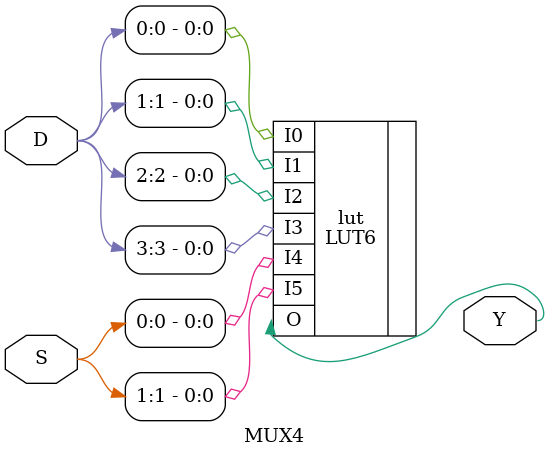
<source format=v>
module MUX4(D, S, Y);
    input [3:0] D;	// data inputs
    input [1:0] S;	// select
    output Y;			// data output
// initialize LUT
LUT6 #(.INIT(64'hFF00F0F0CCCCAAAA)) lut (.I0(D[0]), .I1(D[1]), .I2(D[2]), .I3(D[3]), .I4(S[0]), .I5(S[1]), .O(Y));
endmodule

</source>
